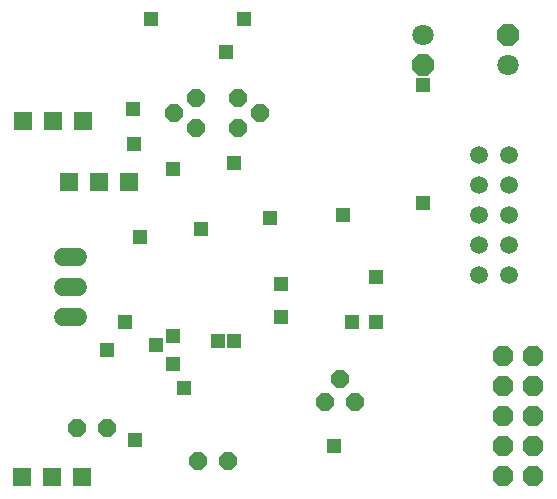
<source format=gbs>
G75*
%MOIN*%
%OFA0B0*%
%FSLAX24Y24*%
%IPPOS*%
%LPD*%
%AMOC8*
5,1,8,0,0,1.08239X$1,22.5*
%
%ADD10R,0.0595X0.0595*%
%ADD11OC8,0.0600*%
%ADD12C,0.0600*%
%ADD13C,0.0595*%
%ADD14OC8,0.0680*%
%ADD15OC8,0.0710*%
%ADD16C,0.0710*%
%ADD17R,0.0476X0.0476*%
%ADD18R,0.0516X0.0516*%
D10*
X002523Y004110D03*
X003523Y004110D03*
X004523Y004110D03*
X004098Y013952D03*
X005098Y013952D03*
X006098Y013952D03*
X004535Y016003D03*
X003535Y016003D03*
X002535Y016003D03*
D11*
X007569Y016271D03*
X008319Y016771D03*
X008319Y015771D03*
X009700Y015771D03*
X010450Y016271D03*
X009700Y016771D03*
X013130Y007379D03*
X013630Y006629D03*
X012630Y006629D03*
X009378Y004661D03*
X008378Y004661D03*
X005362Y005763D03*
X004362Y005763D03*
D12*
X004397Y009472D02*
X003877Y009472D01*
X003877Y010472D02*
X004397Y010472D01*
X004397Y011472D02*
X003877Y011472D01*
D13*
X017748Y011850D03*
X017748Y010850D03*
X018748Y010850D03*
X018748Y011850D03*
X018748Y012850D03*
X018748Y013850D03*
X018748Y014850D03*
X017748Y014850D03*
X017748Y013850D03*
X017748Y012850D03*
D14*
X018535Y008157D03*
X019535Y008157D03*
X019535Y007157D03*
X018535Y007157D03*
X018535Y006157D03*
X019535Y006157D03*
X019535Y005157D03*
X018535Y005157D03*
X018535Y004157D03*
X019535Y004157D03*
D15*
X015886Y017862D03*
X018720Y018862D03*
D16*
X018720Y017862D03*
X015886Y018862D03*
D17*
X015886Y017180D03*
X015886Y013243D03*
X014311Y010802D03*
X014311Y009306D03*
X013523Y009306D03*
X011161Y009464D03*
X011161Y010566D03*
X009586Y008676D03*
X009035Y008676D03*
X007539Y008834D03*
X006988Y008519D03*
X007539Y007889D03*
X007933Y007102D03*
X006279Y005369D03*
X005334Y008362D03*
X005964Y009306D03*
X006437Y012141D03*
X008484Y012377D03*
X007539Y014385D03*
X006240Y015212D03*
X006200Y016393D03*
X006830Y019385D03*
X009311Y018283D03*
X009901Y019385D03*
X009586Y014582D03*
X010767Y012771D03*
X013208Y012850D03*
D18*
X012931Y005151D03*
M02*

</source>
